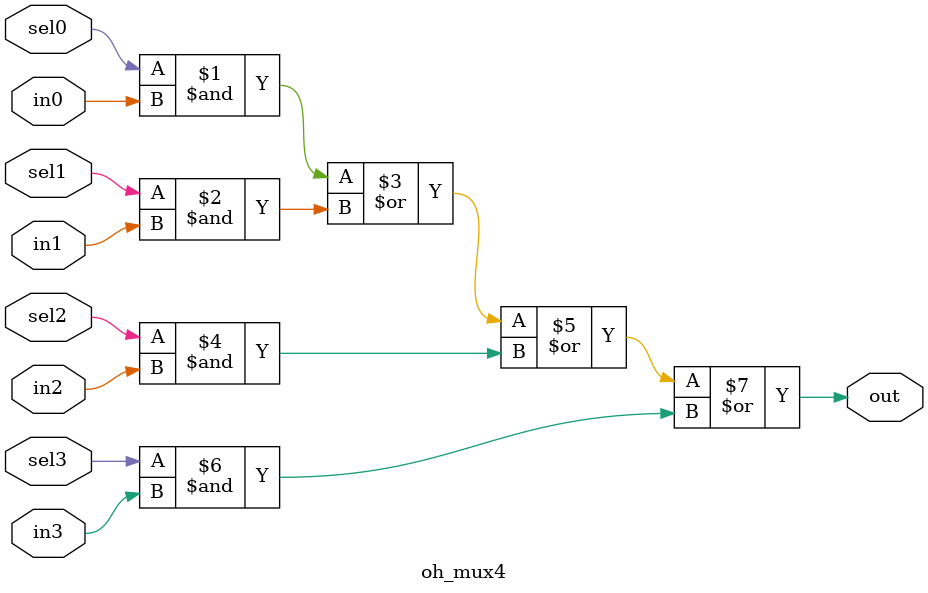
<source format=v>
module oh_mux4(	// file.cleaned.mlir:2:3
  input  sel3,	// file.cleaned.mlir:2:25
         sel2,	// file.cleaned.mlir:2:40
         sel1,	// file.cleaned.mlir:2:55
         sel0,	// file.cleaned.mlir:2:70
         in3,	// file.cleaned.mlir:2:85
         in2,	// file.cleaned.mlir:2:99
         in1,	// file.cleaned.mlir:2:113
         in0,	// file.cleaned.mlir:2:127
  output out	// file.cleaned.mlir:2:142
);

  assign out = sel0 & in0 | sel1 & in1 | sel2 & in2 | sel3 & in3;	// file.cleaned.mlir:3:10, :4:10, :5:10, :6:10, :7:10, :8:5
endmodule


</source>
